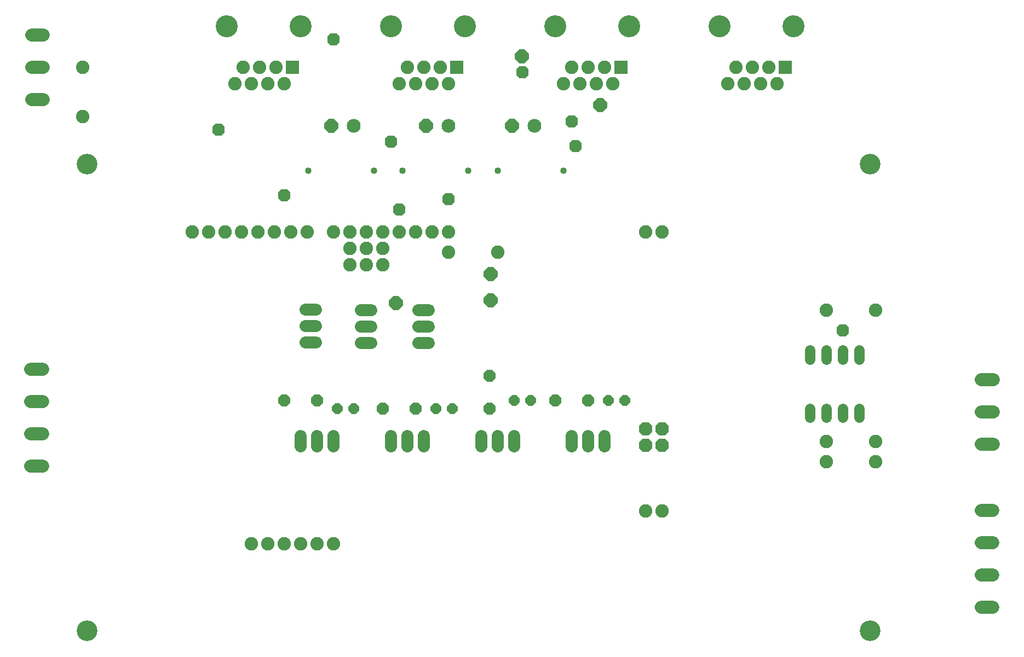
<source format=gts>
G75*
%MOIN*%
%OFA0B0*%
%FSLAX25Y25*%
%IPPOS*%
%LPD*%
%AMOC8*
5,1,8,0,0,1.08239X$1,22.5*
%
%ADD10C,0.12611*%
%ADD11C,0.08200*%
%ADD12R,0.08200X0.08200*%
%ADD13C,0.13398*%
%ADD14OC8,0.08200*%
%ADD15C,0.08400*%
%ADD16OC8,0.08400*%
%ADD17OC8,0.07100*%
%ADD18OC8,0.06400*%
%ADD19C,0.04000*%
%ADD20C,0.07200*%
%ADD21C,0.06400*%
%ADD22C,0.07900*%
%ADD23OC8,0.07556*%
D10*
X0177044Y0141413D03*
X0177044Y0426059D03*
X0653816Y0426059D03*
X0653816Y0141413D03*
D11*
X0526965Y0214543D03*
X0516965Y0214543D03*
X0626965Y0244543D03*
X0626965Y0257043D03*
X0656965Y0257043D03*
X0656965Y0244543D03*
X0656965Y0337043D03*
X0626965Y0337043D03*
X0526965Y0384543D03*
X0516965Y0384543D03*
X0426965Y0372339D03*
X0396965Y0372339D03*
X0396965Y0384543D03*
X0386965Y0384543D03*
X0376965Y0384543D03*
X0366965Y0384543D03*
X0356965Y0384543D03*
X0356965Y0374543D03*
X0346965Y0374543D03*
X0336965Y0374543D03*
X0336965Y0384543D03*
X0326965Y0384543D03*
X0310965Y0384543D03*
X0300965Y0384543D03*
X0290965Y0384543D03*
X0280965Y0384543D03*
X0270965Y0384543D03*
X0260965Y0384543D03*
X0250965Y0384543D03*
X0240965Y0384543D03*
X0174465Y0454839D03*
X0174465Y0484839D03*
X0266965Y0474839D03*
X0276965Y0474839D03*
X0286965Y0474839D03*
X0296965Y0474839D03*
X0291965Y0484839D03*
X0281965Y0484839D03*
X0271965Y0484839D03*
X0366965Y0474839D03*
X0376965Y0474839D03*
X0386965Y0474839D03*
X0396965Y0474839D03*
X0391965Y0484839D03*
X0381965Y0484839D03*
X0371965Y0484839D03*
X0466965Y0474839D03*
X0476965Y0474839D03*
X0486965Y0474839D03*
X0496965Y0474839D03*
X0491965Y0484839D03*
X0481965Y0484839D03*
X0471965Y0484839D03*
X0566965Y0474839D03*
X0576965Y0474839D03*
X0586965Y0474839D03*
X0596965Y0474839D03*
X0591965Y0484839D03*
X0581965Y0484839D03*
X0571965Y0484839D03*
X0356965Y0364543D03*
X0346965Y0364543D03*
X0336965Y0364543D03*
X0346965Y0384543D03*
X0326965Y0194543D03*
X0316965Y0194543D03*
X0306965Y0194543D03*
X0296965Y0194543D03*
X0286965Y0194543D03*
X0276965Y0194543D03*
D12*
X0301965Y0484839D03*
X0401965Y0484839D03*
X0501965Y0484839D03*
X0601965Y0484839D03*
D13*
X0606965Y0509839D03*
X0561965Y0509839D03*
X0506965Y0509839D03*
X0461965Y0509839D03*
X0406965Y0509839D03*
X0361965Y0509839D03*
X0306965Y0509839D03*
X0261965Y0509839D03*
D14*
X0516965Y0264543D03*
X0516965Y0254543D03*
X0526965Y0254543D03*
X0526965Y0264543D03*
D15*
X0449465Y0449248D03*
X0396965Y0449248D03*
X0339465Y0449248D03*
D16*
X0325715Y0449248D03*
X0383215Y0449248D03*
X0435715Y0449248D03*
X0489365Y0461843D03*
X0441665Y0491543D03*
X0422765Y0358743D03*
X0422765Y0343043D03*
X0365165Y0341243D03*
D17*
X0421965Y0297043D03*
X0421965Y0277043D03*
X0461965Y0282043D03*
X0481965Y0282043D03*
X0376965Y0277043D03*
X0356965Y0277043D03*
X0316965Y0282043D03*
X0296965Y0282043D03*
D18*
X0329465Y0277043D03*
X0339465Y0277043D03*
X0389465Y0277043D03*
X0399465Y0277043D03*
X0436965Y0282043D03*
X0446965Y0282043D03*
X0494465Y0282043D03*
X0504465Y0282043D03*
D19*
X0466965Y0422043D03*
X0426965Y0422043D03*
X0409170Y0422043D03*
X0369170Y0422043D03*
X0351670Y0422043D03*
X0311670Y0422043D03*
D20*
X0310015Y0337339D02*
X0316415Y0337339D01*
X0316415Y0327339D02*
X0310015Y0327339D01*
X0310015Y0317339D02*
X0316415Y0317339D01*
X0343765Y0317043D02*
X0350165Y0317043D01*
X0350165Y0327043D02*
X0343765Y0327043D01*
X0343765Y0337043D02*
X0350165Y0337043D01*
X0378765Y0337043D02*
X0385165Y0337043D01*
X0385165Y0327043D02*
X0378765Y0327043D01*
X0378765Y0317043D02*
X0385165Y0317043D01*
X0381965Y0260243D02*
X0381965Y0253843D01*
X0371965Y0253843D02*
X0371965Y0260243D01*
X0361965Y0260243D02*
X0361965Y0253843D01*
X0326965Y0253843D02*
X0326965Y0260243D01*
X0316965Y0260243D02*
X0316965Y0253843D01*
X0306965Y0253843D02*
X0306965Y0260243D01*
X0416965Y0260243D02*
X0416965Y0253843D01*
X0426965Y0253843D02*
X0426965Y0260243D01*
X0436965Y0260243D02*
X0436965Y0253843D01*
X0471965Y0253843D02*
X0471965Y0260243D01*
X0481965Y0260243D02*
X0481965Y0253843D01*
X0491965Y0253843D02*
X0491965Y0260243D01*
D21*
X0616965Y0271443D02*
X0616965Y0277043D01*
X0626965Y0277043D02*
X0626965Y0271443D01*
X0636965Y0271443D02*
X0636965Y0277043D01*
X0646965Y0277043D02*
X0646965Y0271443D01*
X0646965Y0307043D02*
X0646965Y0312643D01*
X0636965Y0312643D02*
X0636965Y0307043D01*
X0626965Y0307043D02*
X0626965Y0312643D01*
X0616965Y0312643D02*
X0616965Y0307043D01*
D22*
X0721486Y0294524D02*
X0728586Y0294524D01*
X0728586Y0274839D02*
X0721486Y0274839D01*
X0721486Y0255154D02*
X0728586Y0255154D01*
X0728507Y0214996D02*
X0721407Y0214996D01*
X0721407Y0195311D02*
X0728507Y0195311D01*
X0728507Y0175626D02*
X0721407Y0175626D01*
X0721407Y0155941D02*
X0728507Y0155941D01*
X0149936Y0241746D02*
X0142836Y0241746D01*
X0142836Y0261431D02*
X0149936Y0261431D01*
X0149936Y0281117D02*
X0142836Y0281117D01*
X0142836Y0300802D02*
X0149936Y0300802D01*
X0150436Y0465154D02*
X0143336Y0465154D01*
X0143336Y0484839D02*
X0150436Y0484839D01*
X0150436Y0504524D02*
X0143336Y0504524D01*
D23*
X0256965Y0447043D03*
X0296965Y0407043D03*
X0361965Y0439543D03*
X0396965Y0404543D03*
X0366965Y0398293D03*
X0474465Y0437043D03*
X0471965Y0452043D03*
X0441965Y0482043D03*
X0326965Y0502043D03*
X0636965Y0324543D03*
M02*

</source>
